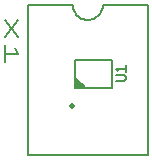
<source format=gbr>
G04 Generated by Ultiboard 14.0 *
%FSLAX24Y24*%
%MOIN*%

%ADD10C,0.0001*%
%ADD11C,0.0056*%
%ADD12C,0.0080*%
%ADD13C,0.0050*%
%ADD14C,0.01969*%


G04 ColorRGB FFFF00 for the following layer *
%LNSilkscreen Top*%
%LPD*%
G54D10*
G54D11*
X7485Y34750D02*
X7770Y34750D01*
X7842Y34821D01*
X7842Y34892D01*
X7770Y34963D01*
X7485Y34963D01*
X7556Y35105D02*
X7485Y35176D01*
X7842Y35176D01*
X7842Y35070D02*
X7842Y35283D01*
G54D12*
X6139Y34547D02*
X7359Y34547D01*
X7359Y35453D02*
X6139Y35453D01*
X7359Y34547D02*
X7359Y35453D01*
X6139Y35453D02*
X6139Y34547D01*
X4217Y36791D02*
X3794Y36235D01*
X3794Y36791D02*
X4217Y36235D01*
X4132Y35865D02*
X4217Y35680D01*
X3794Y35680D01*
X3794Y35957D02*
X3794Y35402D01*
X4559Y32300D02*
X4559Y37300D01*
X8559Y37300D02*
X8559Y32300D01*
X6059Y37300D02*
X6061Y37256D01*
X6067Y37213D01*
X6076Y37171D01*
X6089Y37129D01*
X6106Y37089D01*
X6126Y37050D01*
X6150Y37013D01*
X6176Y36979D01*
X6206Y36946D01*
X6238Y36917D01*
X6272Y36890D01*
X6309Y36867D01*
X6348Y36847D01*
X6388Y36830D01*
X6430Y36817D01*
X6472Y36808D01*
X6516Y36802D01*
X6559Y36800D01*
X6603Y36802D01*
X6646Y36808D01*
X6689Y36817D01*
X6730Y36830D01*
X6770Y36847D01*
X6809Y36867D01*
X6846Y36890D01*
X6880Y36917D01*
X6913Y36946D01*
X6942Y36979D01*
X6969Y37013D01*
X6992Y37050D01*
X7012Y37089D01*
X7029Y37129D01*
X7042Y37171D01*
X7051Y37213D01*
X7057Y37256D01*
X7059Y37300D01*
X6059Y37300D02*
X4559Y37300D01*
X7059Y37300D02*
X8559Y37300D01*
X8559Y32300D02*
X4559Y32300D01*
G54D13*
G36*
X6153Y34568D02*
X6153Y34568D01*
X6153Y34818D01*
X6453Y34568D01*
X6153Y34568D01*
D02*
G37*
X6153Y34818D01*
X6453Y34568D01*
X6153Y34568D01*
G54D14*
X6048Y33936D03*

M02*

</source>
